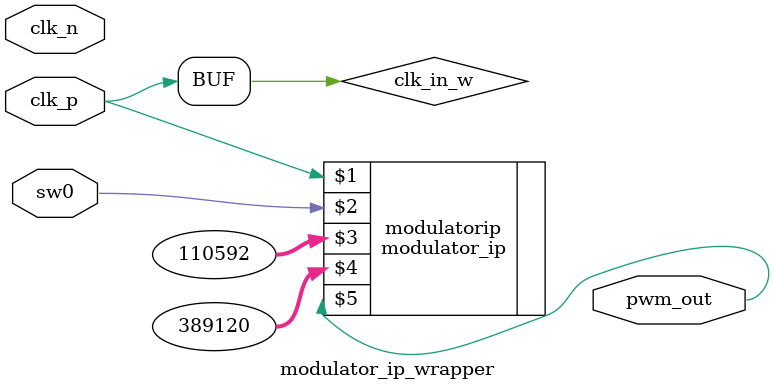
<source format=v>

`define ZEDBOARD;

`timescale 1ns / 1ps

module modulator_ip_wrapper
#( parameter this_module_is_top_p = 1'd1, // indication is this module a top module or not,
                                          // 1'd1 -> module is top, 1'd0 -> module is not top
             depth_p = 8'd8,              // the number of samples in one period of the signal
             width_p  = 8'd12,            // the number of bits used to present amplitude value
             cntampl_value_p = 8'hff      // threshold value for counter,
                                          // it's value should be equal to (2^depth)-1
  )
 
(input clk_p,           // differential input clock signal
 input clk_n,           // differential input clock signal
 input sw0,             // signal made for selecting frequency
 output wire pwm_out    // pulse width modulated signal
// output reg clk_en      // clock enable port used only for MicroZed board
 );

// place the information about the new boards here:
`ifdef LX9        // Spartan-6
localparam real fclk_p = 100000000.0;
`define no_diff_clk
`endif
 
`ifdef ZEDBOARD   // Zynq-7000
localparam real fclk_p = 100000000.0;
`define no_diff_clk
`endif
 
`ifdef ML605      // Virtex-6
localparam real fclk_p = 200000000.0;
`define diff_clk
`endif
 
`ifdef KC705      // Kintex-7
localparam real fclk_p = 200000000.0;
`define diff_clk
`endif

`ifdef MICROZED   // MicroZed
localparam real fclk_p = 33333333.3;
`define no_diff_clk
`endif

`ifdef SOCIUS     // Socius
localparam real fclk_p = 50000000.0;
`define no_diff_clk
`endif


localparam real f_low_p = 1.0;   // first frequency for the PWM signal, specified in Hz
localparam real f_high_p = 3.5;  // second frequency for the PWM signal, specified in Hz									    			             

// c1_p = 95.3674, fclk_p = 100 MHz
localparam real c1_p = (fclk_p /((2**depth_p)*(2**width_p)));

// div_factor_freqhigh_p = 110592
localparam integer c2_p = (c1_p/f_high_p);
localparam integer div_factor_freqhigh_p = (c2_p *(2**width_p));

// div_factor_freqlow_p = 389120
localparam integer c3_p = (c1_p/f_low_p);
localparam integer div_factor_freqlow_p = (c3_p*(2**width_p));

wire clk_in_w;

// in case of MicroZed board we must enable on-board clock generator
// clk_en = 1'b1;

generate
    // if module is top, it has to generate the differential clock buffer in case
    // of a differential clock, otherwise it will get a single ended clock signal
    // from the higher hierarchy
    if (this_module_is_top_p == 1'd1) begin
        `ifdef diff_clk

            IBUFGDS #(
                .DIFF_TERM("FALSE"),   // Differential Termination
                .IBUF_LOW_PWR("TRUE"), // Low power="TRUE", Highest performance="FALSE" 
                .IOSTANDARD("DEFAULT") // Specifies the I/O standard for this buffer
            ) 
            IBUFGDS_inst (
                .O (clk_in_w), // Clock buffer output
                .I (clk_p),    // Diff_p clock buffer input
                .IB(clk_n)     // Diff_n clock buffer input
            );
				  
        `elsif no_diff_clk
				  
            assign clk_in_w=clk_p;
				  
        `endif
    end
    else begin
        assign clk_in_w=clk_p;
    end
endgenerate


// modulator_ip module instance
modulator_ip modulatorip (clk_in_w, sw0, div_factor_freqhigh_p, div_factor_freqlow_p, pwm_out);


endmodule
</source>
